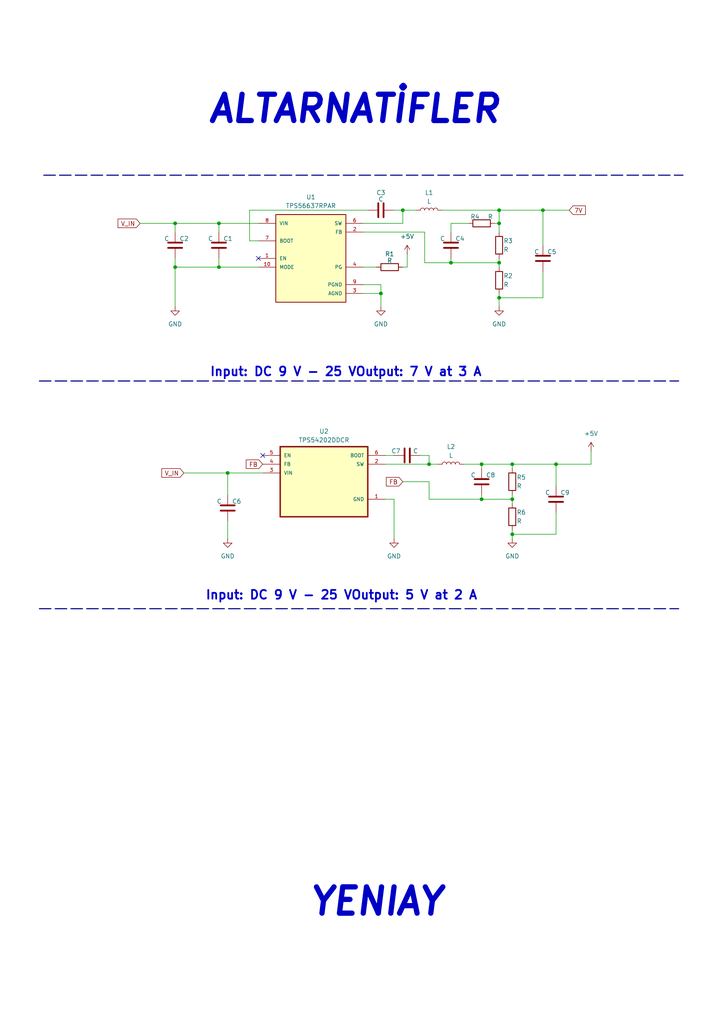
<source format=kicad_sch>
(kicad_sch (version 20231120) (generator "eeschema") (generator_version "8.0")
  (paper "A4" portrait)
  (title_block (title "CPDB Voltage Regulator ") (date "2025-02-19") (rev "Ozan E."))
  (lib_symbols
    (symbol "Device:C" (pin_numbers hide) (pin_names (offset 0.254))
      (property "Reference" "C" (at 0.635 2.54 0))
      (property "Value" "C" (at 0.635 -2.54 0))
      (symbol "C_0_1"
        (polyline (pts (xy -2.032 -0.762) (xy 2.032 -0.762)) (stroke (width 0.508)))
        (polyline (pts (xy -2.032 0.762) (xy 2.032 0.762)) (stroke (width 0.508)))
      )
      (symbol "C_1_1"
        (pin passive line (at 0 3.81 270) (length 2.794) (name "~") (number "1"))
        (pin passive line (at 0 -3.81 90) (length 2.794) (name "~") (number "2"))
      )
    )
    (symbol "Device:L" (pin_numbers hide) (pin_names (offset 1.016) hide)
      (property "Reference" "L" (at -1.27 0 90))
      (property "Value" "L" (at 1.905 0 90))
      (symbol "L_0_1"
        (arc (start 0 -2.54) (mid 0.6323 -1.905) (end 0 -1.27))
        (arc (start 0 -1.27) (mid 0.6323 -0.635) (end 0 0))
        (arc (start 0 0) (mid 0.6323 0.635) (end 0 1.27))
        (arc (start 0 1.27) (mid 0.6323 1.905) (end 0 2.54))
      )
      (symbol "L_1_1"
        (pin passive line (at 0 3.81 270) (length 1.27) (name "1") (number "1"))
        (pin passive line (at 0 -3.81 90) (length 1.27) (name "2") (number "2"))
      )
    )
    (symbol "Device:R" (pin_numbers hide) (pin_names (offset 0))
      (property "Reference" "R" (at 2.032 0 90))
      (property "Value" "R" (at 0 0 90))
      (symbol "R_0_1"
        (rectangle (start -1.016 -2.54) (end 1.016 2.54) (stroke (width 0.254)))
      )
      (symbol "R_1_1"
        (pin passive line (at 0 3.81 270) (length 1.27) (name "~") (number "1"))
        (pin passive line (at 0 -3.81 90) (length 1.27) (name "~") (number "2"))
      )
    )
    (symbol "TPS54202DDCR:TPS54202DDCR" (pin_names (offset 1.016))
      (property "Reference" "U" (at -12.7 11.16 0))
      (property "Value" "TPS54202DDCR" (at -12.7 -14.16 0))
      (symbol "TPS54202DDCR_0_0"
        (rectangle (start -12.7 -10.16) (end 12.7 10.16) (stroke (width 0.41)) (fill (type background)))
        (pin power_in line (at 17.78 -5.08 180) (length 5.08) (name "GND") (number "1"))
        (pin output line (at 17.78 5.08 180) (length 5.08) (name "SW") (number "2"))
        (pin input line (at -17.78 2.54 0) (length 5.08) (name "VIN") (number "3"))
        (pin input line (at -17.78 5.08 0) (length 5.08) (name "FB") (number "4"))
        (pin input line (at -17.78 7.62 0) (length 5.08) (name "EN") (number "5"))
        (pin output line (at 17.78 7.62 180) (length 5.08) (name "BOOT") (number "6"))
      )
    )
    (symbol "TPS56637RPAR:TPS56637RPAR" (pin_names (offset 1.016))
      (property "Reference" "U" (at -10.16 13.97 0))
      (property "Value" "TPS56637RPAR" (at -10.16 -13.97 0))
      (symbol "TPS56637RPAR_0_0"
        (rectangle (start -10.16 -12.7) (end 10.16 12.7) (stroke (width 0.254)) (fill (type background)))
        (pin input line (at -15.24 0 0) (length 5.08) (name "EN") (number "1"))
        (pin input line (at -15.24 -2.54 0) (length 5.08) (name "MODE") (number "10"))
        (pin input line (at 15.24 7.62 180) (length 5.08) (name "FB") (number "2"))
        (pin power_in line (at 15.24 -10.16 180) (length 5.08) (name "AGND") (number "3"))
        (pin output line (at 15.24 -2.54 180) (length 5.08) (name "PG") (number "4"))
        (pin output line (at 15.24 10.16 180) (length 5.08) (name "SW") (number "6"))
        (pin input line (at -15.24 5.08 0) (length 5.08) (name "BOOT") (number "7"))
        (pin input line (at -15.24 10.16 0) (length 5.08) (name "VIN") (number "8"))
        (pin power_in line (at 15.24 -7.62 180) (length 5.08) (name "PGND") (number "9"))
      )
    )
    (symbol "power:+5V" (power) (pin_numbers hide) (pin_names (offset 0) hide)
      (property "Value" "+5V" (at 0 3.556 0))
      (symbol "+5V_0_1"
        (polyline (pts (xy -0.762 1.27) (xy 0 2.54)))
        (polyline (pts (xy 0 0) (xy 0 2.54)))
        (polyline (pts (xy 0 2.54) (xy 0.762 1.27)))
      )
      (symbol "+5V_1_1"
        (pin power_in line (at 0 0 90) (length 0) (name "~") (number "1"))
      )
    )
    (symbol "power:GND" (power) (pin_numbers hide) (pin_names (offset 0) hide)
      (property "Value" "GND" (at 0 -3.81 0))
      (symbol "GND_0_1"
        (polyline (pts (xy 0 0) (xy 0 -1.27) (xy 1.27 -1.27) (xy 0 -2.54) (xy -1.27 -1.27) (xy 0 -1.27)))
      )
      (symbol "GND_1_1"
        (pin power_in line (at 0 0 270) (length 0) (name "~") (number "1"))
      )
    )
  )
  (junction (at 63.5 64.77))
  (junction (at 139.7 134.62))
  (junction (at 157.48 60.96))
  (junction (at 144.78 64.77))
  (junction (at 148.59 134.62))
  (junction (at 116.84 60.96))
  (junction (at 63.5 77.47))
  (junction (at 148.59 144.78))
  (junction (at 124.46 134.62))
  (junction (at 110.49 85.09))
  (junction (at 148.59 154.94))
  (junction (at 144.78 86.36))
  (junction (at 144.78 76.2))
  (junction (at 161.29 134.62))
  (junction (at 66.04 137.16))
  (junction (at 144.78 60.96))
  (junction (at 50.8 77.47))
  (junction (at 139.7 144.78))
  (junction (at 130.81 76.2))
  (junction (at 50.8 64.77))
  (no_connect (at 76.2 132.08))
  (no_connect (at 74.93 74.93))
  (wire (pts (xy 161.29 140.97) (xy 161.29 134.62)))
  (wire (pts (xy 121.92 132.08) (xy 124.46 132.08)))
  (wire (pts (xy 157.48 86.36) (xy 144.78 86.36)))
  (wire (pts (xy 111.76 134.62) (xy 124.46 134.62)))
  (bus (pts (xy 12.7 50.8) (xy 198.12 50.8)) (stroke (width 0) (type dash)))
  (wire (pts (xy 50.8 64.77) (xy 63.5 64.77)))
  (wire (pts (xy 124.46 144.78) (xy 139.7 144.78)))
  (wire (pts (xy 157.48 60.96) (xy 157.48 71.12)))
  (wire (pts (xy 111.76 144.78) (xy 114.3 144.78)))
  (wire (pts (xy 130.81 76.2) (xy 144.78 76.2)))
  (wire (pts (xy 161.29 134.62) (xy 148.59 134.62)))
  (wire (pts (xy 105.41 77.47) (xy 109.22 77.47)))
  (wire (pts (xy 111.76 132.08) (xy 114.3 132.08)))
  (wire (pts (xy 144.78 86.36) (xy 144.78 88.9)))
  (wire (pts (xy 143.51 64.77) (xy 144.78 64.77)))
  (wire (pts (xy 110.49 82.55) (xy 110.49 85.09)))
  (wire (pts (xy 171.45 134.62) (xy 171.45 130.81)))
  (wire (pts (xy 63.5 74.93) (xy 63.5 77.47)))
  (wire (pts (xy 124.46 134.62) (xy 127 134.62)))
  (wire (pts (xy 148.59 153.67) (xy 148.59 154.94)))
  (wire (pts (xy 74.93 69.85) (xy 72.39 69.85)))
  (wire (pts (xy 63.5 64.77) (xy 74.93 64.77)))
  (wire (pts (xy 63.5 67.31) (xy 63.5 64.77)))
  (wire (pts (xy 148.59 134.62) (xy 148.59 135.89)))
  (wire (pts (xy 66.04 137.16) (xy 76.2 137.16)))
  (wire (pts (xy 105.41 67.31) (xy 123.19 67.31)))
  (wire (pts (xy 116.84 77.47) (xy 118.11 77.47)))
  (wire (pts (xy 134.62 134.62) (xy 139.7 134.62)))
  (bus (pts (xy 11.43 110.49) (xy 196.85 110.49)) (stroke (width 0) (type dash)))
  (wire (pts (xy 144.78 76.2) (xy 144.78 74.93)))
  (wire (pts (xy 50.8 77.47) (xy 50.8 88.9)))
  (wire (pts (xy 130.81 67.31) (xy 130.81 64.77)))
  (wire (pts (xy 63.5 77.47) (xy 74.93 77.47)))
  (wire (pts (xy 144.78 64.77) (xy 144.78 67.31)))
  (wire (pts (xy 66.04 151.13) (xy 66.04 156.21)))
  (wire (pts (xy 114.3 144.78) (xy 114.3 156.21)))
  (wire (pts (xy 105.41 64.77) (xy 116.84 64.77)))
  (bus (pts (xy 11.43 176.53) (xy 196.85 176.53)) (stroke (width 0) (type dash)))
  (wire (pts (xy 139.7 134.62) (xy 148.59 134.62)))
  (wire (pts (xy 72.39 60.96) (xy 106.68 60.96)))
  (wire (pts (xy 124.46 132.08) (xy 124.46 134.62)))
  (wire (pts (xy 148.59 144.78) (xy 148.59 146.05)))
  (wire (pts (xy 105.41 85.09) (xy 110.49 85.09)))
  (wire (pts (xy 139.7 143.51) (xy 139.7 144.78)))
  (wire (pts (xy 139.7 134.62) (xy 139.7 135.89)))
  (wire (pts (xy 53.34 137.16) (xy 66.04 137.16)))
  (wire (pts (xy 118.11 73.66) (xy 118.11 77.47)))
  (wire (pts (xy 50.8 67.31) (xy 50.8 64.77)))
  (wire (pts (xy 105.41 82.55) (xy 110.49 82.55)))
  (wire (pts (xy 63.5 77.47) (xy 50.8 77.47)))
  (wire (pts (xy 144.78 60.96) (xy 157.48 60.96)))
  (wire (pts (xy 161.29 134.62) (xy 171.45 134.62)))
  (wire (pts (xy 148.59 143.51) (xy 148.59 144.78)))
  (wire (pts (xy 124.46 139.7) (xy 124.46 144.78)))
  (wire (pts (xy 130.81 64.77) (xy 135.89 64.77)))
  (wire (pts (xy 157.48 78.74) (xy 157.48 86.36)))
  (wire (pts (xy 148.59 154.94) (xy 148.59 156.21)))
  (wire (pts (xy 116.84 64.77) (xy 116.84 60.96)))
  (wire (pts (xy 123.19 67.31) (xy 123.19 76.2)))
  (wire (pts (xy 139.7 144.78) (xy 148.59 144.78)))
  (wire (pts (xy 161.29 148.59) (xy 161.29 154.94)))
  (wire (pts (xy 144.78 76.2) (xy 144.78 77.47)))
  (wire (pts (xy 144.78 60.96) (xy 128.27 60.96)))
  (wire (pts (xy 66.04 137.16) (xy 66.04 143.51)))
  (wire (pts (xy 110.49 85.09) (xy 110.49 88.9)))
  (wire (pts (xy 50.8 64.77) (xy 40.64 64.77)))
  (wire (pts (xy 72.39 69.85) (xy 72.39 60.96)))
  (wire (pts (xy 116.84 60.96) (xy 120.65 60.96)))
  (wire (pts (xy 157.48 60.96) (xy 165.1 60.96)))
  (wire (pts (xy 148.59 154.94) (xy 161.29 154.94)))
  (wire (pts (xy 144.78 85.09) (xy 144.78 86.36)))
  (wire (pts (xy 144.78 60.96) (xy 144.78 64.77)))
  (wire (pts (xy 114.3 60.96) (xy 116.84 60.96)))
  (wire (pts (xy 116.84 139.7) (xy 124.46 139.7)))
  (wire (pts (xy 130.81 74.93) (xy 130.81 76.2)))
  (wire (pts (xy 123.19 76.2) (xy 130.81 76.2)))
  (wire (pts (xy 50.8 77.47) (xy 50.8 74.93)))
  (text "ALTARNATİFLER" (at 102.87 31.75 0) (effects (font (size 7.62 7.62) (thickness 1.524) (bold yes) (italic yes))))
  (text "YENIAY" (at 109.22 261.62 0) (effects (font (size 7.62 7.62) (thickness 1.524) (bold yes) (italic yes))))
  (text "Input: DC 9 V - 25 VOutput: 7 V at 3 A" (at 100.33 107.95 0) (effects (font (size 2.54 2.54) (bold yes))))
  (text "Input: DC 9 V - 25 VOutput: 5 V at 2 A" (at 99.06 172.72 0) (effects (font (size 2.54 2.54) (thickness 0.508) (bold yes))))
  (global_label "7V" (shape input) (at 165.1 60.96 0) (property "Intersheetrefs" "${INTERSHEET_REFS}" (effects (hide yes))))
  (global_label "FB" (shape input) (at 76.2 134.62 180) (property "Intersheetrefs" "${INTERSHEET_REFS}" (effects (hide yes))))
  (global_label "V_IN" (shape input) (at 53.34 137.16 180) (property "Intersheetrefs" "${INTERSHEET_REFS}" (effects (hide yes))))
  (global_label "V_IN" (shape input) (at 40.64 64.77 180) (property "Intersheetrefs" "${INTERSHEET_REFS}" (effects (hide yes))))
  (global_label "FB" (shape input) (at 116.84 139.7 180) (property "Intersheetrefs" "${INTERSHEET_REFS}" (effects (hide yes))))
  (symbol (lib_id "Device:C") (at 66.04 147.32 0) (unit 1)
    (property "Reference" "C6" (at 67.31 145.415 0) (effects (justify left)))
    (property "Value" "C" (at 62.865 145.415 0) (effects (justify left)))
    (property "Description" "Unpolarized capacitor" (effects (hide yes)))
  )
  (symbol (lib_id "power:GND") (at 144.78 88.9 0) (unit 1)
    (property "Reference" "#PWR04" (effects (hide yes)))
    (property "Value" "GND" (at 144.78 93.98 0))
    (property "Description" "Power symbol creates a global label with name \"GND\" , ground" (effects (hide yes)))
  )
  (symbol (lib_id "Device:R") (at 148.59 139.7 180) (unit 1)
    (property "Reference" "R5" (at 149.86 138.43 0) (effects (justify right)))
    (property "Value" "R" (at 149.86 140.97 0) (effects (justify right)))
    (property "Description" "Resistor" (effects (hide yes)))
  )
  (symbol (lib_id "Device:C") (at 50.8 71.12 0) (unit 1)
    (property "Reference" "C2" (at 52.07 69.215 0) (effects (justify left)))
    (property "Value" "C" (at 47.625 69.215 0) (effects (justify left)))
    (property "Description" "Unpolarized capacitor" (effects (hide yes)))
  )
  (symbol (lib_id "Device:C") (at 63.5 71.12 0) (unit 1)
    (property "Reference" "C1" (at 64.77 69.215 0) (effects (justify left)))
    (property "Value" "C" (at 60.325 69.215 0) (effects (justify left)))
    (property "Description" "Unpolarized capacitor" (effects (hide yes)))
  )
  (symbol (lib_id "power:+5V") (at 171.45 130.81 0) (unit 1)
    (property "Reference" "#PWR08" (effects (hide yes)))
    (property "Value" "+5V" (at 171.45 125.73 0))
    (property "Description" "Power symbol creates a global label with name \"+5V\"" (effects (hide yes)))
  )
  (symbol (lib_id "Device:C") (at 118.11 132.08 90) (unit 1)
    (property "Reference" "C7" (at 116.205 130.81 90) (effects (justify left)))
    (property "Value" "C" (at 121.285 130.81 90) (effects (justify left)))
    (property "Description" "Unpolarized capacitor" (effects (hide yes)))
  )
  (symbol (lib_id "Device:C") (at 110.49 60.96 90) (unit 1)
    (property "Reference" "C3" (at 110.49 55.88 90))
    (property "Value" "C" (at 110.49 57.785 90))
    (property "Description" "Unpolarized capacitor" (effects (hide yes)))
  )
  (symbol (lib_id "power:+5V") (at 118.11 73.66 0) (unit 1)
    (property "Reference" "#PWR01" (effects (hide yes)))
    (property "Value" "+5V" (at 118.11 68.58 0))
    (property "Description" "Power symbol creates a global label with name \"+5V\"" (effects (hide yes)))
  )
  (symbol (lib_id "Device:R") (at 113.03 77.47 90) (unit 1)
    (property "Reference" "R1" (at 113.03 73.66 90))
    (property "Value" "R" (at 113.03 75.565 90))
    (property "Description" "Resistor" (effects (hide yes)))
  )
  (symbol (lib_id "power:GND") (at 110.49 88.9 0) (unit 1)
    (property "Reference" "#PWR02" (effects (hide yes)))
    (property "Value" "GND" (at 110.49 93.98 0))
    (property "Description" "Power symbol creates a global label with name \"GND\" , ground" (effects (hide yes)))
  )
  (symbol (lib_id "power:GND") (at 66.04 156.21 0) (unit 1)
    (property "Reference" "#PWR05" (effects (hide yes)))
    (property "Value" "GND" (at 66.04 161.29 0))
    (property "Description" "Power symbol creates a global label with name \"GND\" , ground" (effects (hide yes)))
  )
  (symbol (lib_id "Device:L") (at 130.81 134.62 90) (unit 1)
    (property "Reference" "L2" (at 130.81 129.54 90))
    (property "Value" "L" (at 130.81 132.08 90))
    (property "Description" "Inductor" (effects (hide yes)))
  )
  (symbol (lib_id "Device:R") (at 144.78 71.12 180) (unit 1)
    (property "Reference" "R3" (at 146.05 69.85 0) (effects (justify right)))
    (property "Value" "R" (at 146.05 72.39 0) (effects (justify right)))
    (property "Description" "Resistor" (effects (hide yes)))
  )
  (symbol (lib_id "Device:L") (at 124.46 60.96 90) (unit 1)
    (property "Reference" "L1" (at 124.46 55.88 90))
    (property "Value" "L" (at 124.46 58.42 90))
    (property "Description" "Inductor" (effects (hide yes)))
  )
  (symbol (lib_id "Device:C") (at 130.81 71.12 0) (unit 1)
    (property "Reference" "C4" (at 132.08 69.215 0) (effects (justify left)))
    (property "Value" "C" (at 127.635 69.215 0) (effects (justify left)))
    (property "Description" "Unpolarized capacitor" (effects (hide yes)))
  )
  (symbol (lib_id "Device:R") (at 144.78 81.28 180) (unit 1)
    (property "Reference" "R2" (at 146.05 80.01 0) (effects (justify right)))
    (property "Value" "R" (at 146.05 82.55 0) (effects (justify right)))
    (property "Description" "Resistor" (effects (hide yes)))
  )
  (symbol (lib_id "Device:C") (at 139.7 139.7 0) (unit 1)
    (property "Reference" "C8" (at 140.97 137.795 0) (effects (justify left)))
    (property "Value" "C" (at 136.525 137.795 0) (effects (justify left)))
    (property "Description" "Unpolarized capacitor" (effects (hide yes)))
  )
  (symbol (lib_id "power:GND") (at 50.8 88.9 0) (unit 1)
    (property "Reference" "#PWR03" (effects (hide yes)))
    (property "Value" "GND" (at 50.8 93.98 0))
    (property "Description" "Power symbol creates a global label with name \"GND\" , ground" (effects (hide yes)))
  )
  (symbol (lib_id "Device:R") (at 139.7 64.77 270) (unit 1)
    (property "Reference" "R4" (at 137.795 62.865 90))
    (property "Value" "R" (at 142.24 62.865 90))
    (property "Description" "Resistor" (effects (hide yes)))
  )
  (symbol (lib_id "TPS56637RPAR:TPS56637RPAR") (at 90.17 74.93 0) (unit 1)
    (property "Reference" "U1" (at 90.17 57.15 0))
    (property "Value" "TPS56637RPAR" (at 90.17 59.69 0))
    (property "Footprint" "TPS56637RPAR:CONV_TPS56637RPAR" (effects (hide yes)))
    (property "MF" "Texas Instruments" (effects (hide yes)))
    (property "MAXIMUM_PACKAGE_HEIGHT" "1.0mm" (effects (hide yes)))
    (property "Package" "VQFN-HR-10 Texas Instruments" (effects (hide yes)))
    (property "Price" "None" (effects (hide yes)))
    (property "Check_prices" "https://www.snapeda.com/parts/TPS56637RPAR/Texas+Instruments/view-part/?ref=eda" (effects (hide yes)))
    (property "STANDARD" "Manufacturer recommendations" (effects (hide yes)))
    (property "PARTREV" "A" (effects (hide yes)))
    (property "SnapEDA_Link" "https://www.snapeda.com/parts/TPS56637RPAR/Texas+Instruments/view-part/?ref=snap" (effects (hide yes)))
    (property "MP" "TPS56637RPAR" (effects (hide yes)))
    (property "Description_1" "\n                        \n                            4.5-V to 28-V, 6-A synchronous buck converter with ULQ-Mode\n                        \n" (effects (hide yes)))
    (property "Availability" "In Stock" (effects (hide yes)))
    (property "MANUFACTURER" "Texas Instruments" (effects (hide yes)))
  )
  (symbol (lib_id "Device:C") (at 157.48 74.93 180) (unit 1)
    (property "Reference" "C5" (at 158.75 73.025 0) (effects (justify right)))
    (property "Value" "C" (at 154.94 73.025 0) (effects (justify right)))
    (property "Description" "Unpolarized capacitor" (effects (hide yes)))
  )
  (symbol (lib_id "TPS54202DDCR:TPS54202DDCR") (at 93.98 139.7 0) (unit 1)
    (property "Reference" "U2" (at 93.98 125.095 0))
    (property "Value" "TPS54202DDCR" (at 93.98 127.635 0))
    (property "Footprint" "TPS54202DDCR:SOT95P280X110-6N" (effects (hide yes)))
    (property "MF" "Texas Instruments" (effects (hide yes)))
    (property "Description_1" "\n                        \n                            4.5V to 28V Input, 2A Output, EMI Friendly Synchronous Step-Down Converter\n                        \n" (effects (hide yes)))
    (property "Package" "SOT-23-THN-6 Texas Instruments" (effects (hide yes)))
    (property "Price" "None" (effects (hide yes)))
    (property "SnapEDA_Link" "https://www.snapeda.com/parts/TPS54202DDCR/Texas+Instruments/view-part/?ref=snap" (effects (hide yes)))
    (property "MP" "TPS54202DDCR" (effects (hide yes)))
    (property "Availability" "In Stock" (effects (hide yes)))
    (property "Check_prices" "https://www.snapeda.com/parts/TPS54202DDCR/Texas+Instruments/view-part/?ref=eda" (effects (hide yes)))
  )
  (symbol (lib_id "Device:C") (at 161.29 144.78 0) (unit 1)
    (property "Reference" "C9" (at 162.56 142.875 0) (effects (justify left)))
    (property "Value" "C" (at 158.115 142.875 0) (effects (justify left)))
    (property "Description" "Unpolarized capacitor" (effects (hide yes)))
  )
  (symbol (lib_id "Device:R") (at 148.59 149.86 180) (unit 1)
    (property "Reference" "R6" (at 149.86 148.59 0) (effects (justify right)))
    (property "Value" "R" (at 149.86 151.13 0) (effects (justify right)))
    (property "Description" "Resistor" (effects (hide yes)))
  )
  (symbol (lib_id "power:GND") (at 148.59 156.21 0) (unit 1)
    (property "Reference" "#PWR07" (effects (hide yes)))
    (property "Value" "GND" (at 148.59 161.29 0))
    (property "Description" "Power symbol creates a global label with name \"GND\" , ground" (effects (hide yes)))
  )
  (symbol (lib_id "power:GND") (at 114.3 156.21 0) (unit 1)
    (property "Reference" "#PWR06" (effects (hide yes)))
    (property "Value" "GND" (at 114.3 161.29 0))
    (property "Description" "Power symbol creates a global label with name \"GND\" , ground" (effects (hide yes)))
  )
)
</source>
